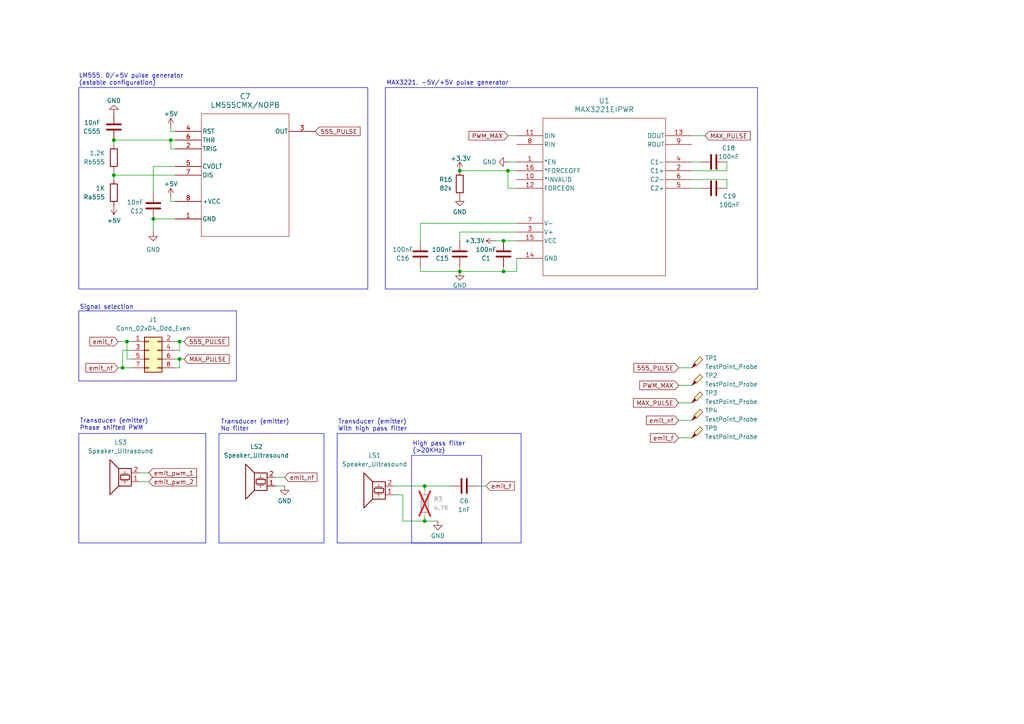
<source format=kicad_sch>
(kicad_sch (version 20250114) (generator "eeschema") (generator_version "9.0")
  (paper "A4")
  (lib_symbols
    (symbol "Connector:TestPoint_Probe" (pin_numbers (hide yes)) (pin_names (offset 0.762) (hide yes))
      (property "Reference" "TP" (at 1.651 5.842 0))
      (property "Value" "TestPoint_Probe" (at 1.651 4.064 0))
      (symbol "TestPoint_Probe_0_1"
        (polyline (pts (xy 1.27 0.762) (xy 0 0) (xy 0.762 1.27) (xy 1.27 0.762)) (fill (type outline)))
        (polyline (pts (xy 1.397 0.635) (xy 0.635 1.397) (xy 2.413 3.175) (xy 3.175 2.413) (xy 1.397 0.635)) (fill (type background)))
      )
      (symbol "TestPoint_Probe_1_1"
        (pin passive line (at 0 0 90) (length 0) (name "1") (number "1"))
      )
    )
    (symbol "Connector_Generic:Conn_02x04_Odd_Even" (pin_names (offset 1.016) (hide yes))
      (property "Reference" "J" (at 1.27 5.08 0))
      (property "Value" "Conn_02x04_Odd_Even" (at 1.27 -7.62 0))
      (symbol "Conn_02x04_Odd_Even_1_1"
        (rectangle (start -1.27 3.81) (end 3.81 -6.35) (stroke (width 0.254)) (fill (type background)))
        (rectangle (start -1.27 2.667) (end 0 2.413) (stroke (width 0.1524)))
        (rectangle (start -1.27 0.127) (end 0 -0.127) (stroke (width 0.1524)))
        (rectangle (start -1.27 -2.413) (end 0 -2.667) (stroke (width 0.1524)))
        (rectangle (start -1.27 -4.953) (end 0 -5.207) (stroke (width 0.1524)))
        (rectangle (start 3.81 2.667) (end 2.54 2.413) (stroke (width 0.1524)))
        (rectangle (start 3.81 0.127) (end 2.54 -0.127) (stroke (width 0.1524)))
        (rectangle (start 3.81 -2.413) (end 2.54 -2.667) (stroke (width 0.1524)))
        (rectangle (start 3.81 -4.953) (end 2.54 -5.207) (stroke (width 0.1524)))
        (pin passive line (at -5.08 2.54 0) (length 3.81) (name "Pin_1") (number "1"))
        (pin passive line (at -5.08 0 0) (length 3.81) (name "Pin_3") (number "3"))
        (pin passive line (at -5.08 -2.54 0) (length 3.81) (name "Pin_5") (number "5"))
        (pin passive line (at -5.08 -5.08 0) (length 3.81) (name "Pin_7") (number "7"))
        (pin passive line (at 7.62 2.54 180) (length 3.81) (name "Pin_2") (number "2"))
        (pin passive line (at 7.62 0 180) (length 3.81) (name "Pin_4") (number "4"))
        (pin passive line (at 7.62 -2.54 180) (length 3.81) (name "Pin_6") (number "6"))
        (pin passive line (at 7.62 -5.08 180) (length 3.81) (name "Pin_8") (number "8"))
      )
    )
    (symbol "Device:C" (pin_numbers (hide yes)) (pin_names (offset 0.254))
      (property "Reference" "C" (at 0.635 2.54 0))
      (property "Value" "C" (at 0.635 -2.54 0))
      (symbol "C_0_1"
        (polyline (pts (xy -2.032 0.762) (xy 2.032 0.762)) (stroke (width 0.508)))
        (polyline (pts (xy -2.032 -0.762) (xy 2.032 -0.762)) (stroke (width 0.508)))
      )
      (symbol "C_1_1"
        (pin passive line (at 0 3.81 270) (length 2.794) (name "~") (number "1"))
        (pin passive line (at 0 -3.81 90) (length 2.794) (name "~") (number "2"))
      )
    )
    (symbol "Device:R" (pin_numbers (hide yes)) (pin_names (offset 0))
      (property "Reference" "R" (at 2.032 0 90))
      (property "Value" "R" (at 0 0 90))
      (symbol "R_0_1"
        (rectangle (start -1.016 -2.54) (end 1.016 2.54) (stroke (width 0.254)))
      )
      (symbol "R_1_1"
        (pin passive line (at 0 3.81 270) (length 1.27) (name "~") (number "1"))
        (pin passive line (at 0 -3.81 90) (length 1.27) (name "~") (number "2"))
      )
    )
    (symbol "Device:Speaker_Ultrasound" (pin_names (offset 0) (hide yes))
      (property "Reference" "LS" (at 0.635 5.715 0))
      (property "Value" "Speaker_Ultrasound" (at 0.635 3.81 0))
      (symbol "Speaker_Ultrasound_0_0"
        (rectangle (start -2.54 1.27) (end 1.143 -3.81) (stroke (width 0.254)))
        (rectangle (start -2.032 -0.635) (end 0.635 -1.905) (stroke (width 0.254)))
        (polyline (pts (xy -1.651 -0.254) (xy 0.381 -0.254)))
        (polyline (pts (xy -1.651 -2.286) (xy 0.381 -2.286)))
        (polyline (pts (xy -0.635 -0.254) (xy -0.635 0.508)))
        (polyline (pts (xy -0.635 -2.286) (xy -0.635 -3.048)))
        (polyline (pts (xy 1.143 1.27) (xy 3.683 3.81) (xy 3.683 -6.35) (xy 1.143 -3.81)) (stroke (width 0.254)))
      )
      (symbol "Speaker_Ultrasound_1_1"
        (pin input line (at -5.08 0 0) (length 2.54) (name "1") (number "1"))
        (pin input line (at -5.08 -2.54 0) (length 2.54) (name "2") (number "2"))
      )
    )
    (symbol "LM555CMX-NOPB:LM555CMX_NOPB" (pin_names (offset 0.254))
      (property "Value" "LM555CMX/NOPB" (at 20.32 7.62 0))
      (symbol "LM555CMX_NOPB_0_1"
        (polyline (pts (xy 7.62 5.08) (xy 7.62 -30.48)) (stroke (width 0.127)))
        (polyline (pts (xy 7.62 -30.48) (xy 33.02 -30.48)) (stroke (width 0.127)))
        (polyline (pts (xy 33.02 5.08) (xy 7.62 5.08)) (stroke (width 0.127)))
        (polyline (pts (xy 33.02 -30.48) (xy 33.02 5.08)) (stroke (width 0.127)))
        (pin input line (at 0 0 0) (length 7.62) (name "RST") (number "4"))
        (pin input line (at 0 -2.54 0) (length 7.62) (name "THR") (number "6"))
        (pin input line (at 0 -5.08 0) (length 7.62) (name "TRIG") (number "2"))
        (pin passive line (at 0 -10.16 0) (length 7.62) (name "CVOLT") (number "5"))
        (pin passive line (at 0 -12.7 0) (length 7.62) (name "DIS") (number "7"))
        (pin power_in line (at 0 -20.32 0) (length 7.62) (name "+VCC") (number "8"))
        (pin power_in line (at 0 -25.4 0) (length 7.62) (name "GND") (number "1"))
        (pin output line (at 40.64 0 180) (length 7.62) (name "OUT") (number "3"))
      )
    )
    (symbol "MAX3221EIPWR:MAX3221EIPWR" (pin_names (offset 0.254))
      (property "Reference" "U" (at 25.4 10.16 0))
      (property "Value" "MAX3221EIPWR" (at 25.4 7.62 0))
      (symbol "MAX3221EIPWR_0_1"
        (polyline (pts (xy 7.62 5.08) (xy 7.62 -40.64)) (stroke (width 0.127)))
        (polyline (pts (xy 7.62 -40.64) (xy 43.18 -40.64)) (stroke (width 0.127)))
        (polyline (pts (xy 43.18 5.08) (xy 7.62 5.08)) (stroke (width 0.127)))
        (polyline (pts (xy 43.18 -40.64) (xy 43.18 5.08)) (stroke (width 0.127)))
        (pin input line (at 0 0 0) (length 7.62) (name "DIN") (number "11"))
        (pin input line (at 0 -2.54 0) (length 7.62) (name "RIN") (number "8"))
        (pin input line (at 0 -7.62 0) (length 7.62) (name "*EN") (number "1"))
        (pin input line (at 0 -10.16 0) (length 7.62) (name "*FORCEOFF") (number "16"))
        (pin passive line (at 0 -12.7 0) (length 7.62) (name "*INVALID") (number "10"))
        (pin input line (at 0 -15.24 0) (length 7.62) (name "FORCEON") (number "12"))
        (pin passive line (at 0 -25.4 0) (length 7.62) (name "V-") (number "7"))
        (pin passive line (at 0 -27.94 0) (length 7.62) (name "V+") (number "3"))
        (pin power_in line (at 0 -30.48 0) (length 7.62) (name "VCC") (number "15"))
        (pin power_in line (at 0 -35.56 0) (length 7.62) (name "GND") (number "14"))
        (pin output line (at 50.8 0 180) (length 7.62) (name "DOUT") (number "13"))
        (pin output line (at 50.8 -2.54 180) (length 7.62) (name "ROUT") (number "9"))
        (pin passive line (at 50.8 -7.62 180) (length 7.62) (name "C1-") (number "4"))
        (pin passive line (at 50.8 -10.16 180) (length 7.62) (name "C1+") (number "2"))
        (pin passive line (at 50.8 -12.7 180) (length 7.62) (name "C2-") (number "6"))
        (pin passive line (at 50.8 -15.24 180) (length 7.62) (name "C2+") (number "5"))
      )
    )
    (symbol "power:+3.3V" (power) (pin_numbers (hide yes)) (pin_names (offset 0) (hide yes))
      (property "Value" "+3.3V" (at 0 3.556 0))
      (symbol "+3.3V_0_1"
        (polyline (pts (xy -0.762 1.27) (xy 0 2.54)))
        (polyline (pts (xy 0 2.54) (xy 0.762 1.27)))
        (polyline (pts (xy 0 0) (xy 0 2.54)))
      )
      (symbol "+3.3V_1_1"
        (pin power_in line (at 0 0 90) (length 0) (name "~") (number "1"))
      )
    )
    (symbol "power:+5V" (power) (pin_numbers (hide yes)) (pin_names (offset 0) (hide yes))
      (property "Value" "+5V" (at 0 3.556 0))
      (symbol "+5V_0_1"
        (polyline (pts (xy -0.762 1.27) (xy 0 2.54)))
        (polyline (pts (xy 0 2.54) (xy 0.762 1.27)))
        (polyline (pts (xy 0 0) (xy 0 2.54)))
      )
      (symbol "+5V_1_1"
        (pin power_in line (at 0 0 90) (length 0) (name "~") (number "1"))
      )
    )
    (symbol "power:GND" (power) (pin_numbers (hide yes)) (pin_names (offset 0) (hide yes))
      (property "Value" "GND" (at 0 -3.81 0))
      (symbol "GND_0_1"
        (polyline (pts (xy 0 0) (xy 0 -1.27) (xy 1.27 -1.27) (xy 0 -2.54) (xy -1.27 -1.27) (xy 0 -1.27)))
      )
      (symbol "GND_1_1"
        (pin power_in line (at 0 0 270) (length 0) (name "~") (number "1"))
      )
    )
  )
  (rectangle (start 63.5 125.73) (end 93.98 157.48))
  (rectangle (start 97.79 125.73) (end 151.13 157.48))
  (rectangle (start 22.86 25.4) (end 106.68 83.82))
  (rectangle (start 22.86 125.73) (end 59.69 157.48))
  (rectangle (start 111.76 25.4) (end 219.71 83.82))
  (rectangle (start 119.38 132.08) (end 139.7 157.48))
  (rectangle (start 22.86 90.17) (end 68.58 110.49))
  (text "Transducer (emitter)\nNo filter" (at 64.008 123.444 0) (effects (font (size 1.27 1.27)) (justify left)))
  (text "Signal selection" (at 23.114 89.154 0) (effects (font (size 1.27 1.27)) (justify left)))
  (text "LM555, 0/+5V pulse generator\n(astable configuration)\n" (at 22.86 23.114 0) (effects (font (size 1.27 1.27)) (justify left)))
  (text "MAX3221, -5V/+5V pulse generator" (at 112.014 24.13 0) (effects (font (size 1.27 1.27)) (justify left)))
  (text "High pass filter\n(>20KHz)" (at 119.634 129.794 0) (effects (font (size 1.27 1.27)) (justify left)))
  (text "Transducer (emitter)\nPhase shifted PWM" (at 23.114 123.19 0) (effects (font (size 1.27 1.27)) (justify left)))
  (text "Transducer (emitter)\nWith high pass filter" (at 98.044 123.444 0) (effects (font (size 1.27 1.27)) (justify left)))
  (junction (at 44.45 63.5))
  (junction (at 123.19 151.13))
  (junction (at 52.07 99.06))
  (junction (at 36.83 99.06))
  (junction (at 49.53 40.64))
  (junction (at 33.02 40.64))
  (junction (at 123.19 140.97))
  (junction (at 146.05 69.85))
  (junction (at 133.35 49.53))
  (junction (at 52.07 104.14))
  (junction (at 147.32 49.53))
  (junction (at 35.56 106.68))
  (junction (at 133.35 78.74))
  (junction (at 146.05 78.74))
  (junction (at 33.02 50.8))
  (wire (pts (xy 44.45 63.5) (xy 50.8 63.5)))
  (wire (pts (xy 210.82 52.07) (xy 210.82 54.61)))
  (wire (pts (xy 33.02 49.53) (xy 33.02 50.8)))
  (wire (pts (xy 146.05 77.47) (xy 146.05 78.74)))
  (wire (pts (xy 40.64 139.7) (xy 43.18 139.7)))
  (wire (pts (xy 33.02 50.8) (xy 50.8 50.8)))
  (wire (pts (xy 36.83 99.06) (xy 38.1 99.06)))
  (wire (pts (xy 44.45 67.31) (xy 44.45 63.5)))
  (wire (pts (xy 116.84 143.51) (xy 116.84 151.13)))
  (wire (pts (xy 49.53 58.42) (xy 50.8 58.42)))
  (wire (pts (xy 149.86 74.93) (xy 149.86 78.74)))
  (wire (pts (xy 146.05 78.74) (xy 133.35 78.74)))
  (wire (pts (xy 35.56 101.6) (xy 35.56 106.68)))
  (wire (pts (xy 210.82 49.53) (xy 200.66 49.53)))
  (wire (pts (xy 200.66 52.07) (xy 210.82 52.07)))
  (wire (pts (xy 123.19 140.97) (xy 130.81 140.97)))
  (wire (pts (xy 123.19 151.13) (xy 127 151.13)))
  (wire (pts (xy 147.32 49.53) (xy 149.86 49.53)))
  (wire (pts (xy 146.05 69.85) (xy 149.86 69.85)))
  (wire (pts (xy 210.82 46.99) (xy 210.82 49.53)))
  (wire (pts (xy 49.53 57.15) (xy 49.53 58.42)))
  (wire (pts (xy 44.45 48.26) (xy 50.8 48.26)))
  (wire (pts (xy 80.01 140.97) (xy 82.55 140.97)))
  (wire (pts (xy 121.92 64.77) (xy 149.86 64.77)))
  (wire (pts (xy 123.19 149.86) (xy 123.19 151.13)))
  (wire (pts (xy 133.35 67.31) (xy 149.86 67.31)))
  (wire (pts (xy 50.8 99.06) (xy 52.07 99.06)))
  (wire (pts (xy 121.92 77.47) (xy 121.92 78.74)))
  (wire (pts (xy 196.85 106.68) (xy 200.66 106.68)))
  (wire (pts (xy 52.07 99.06) (xy 52.07 101.6)))
  (wire (pts (xy 114.3 143.51) (xy 116.84 143.51)))
  (wire (pts (xy 36.83 99.06) (xy 36.83 104.14)))
  (wire (pts (xy 49.53 43.18) (xy 49.53 40.64)))
  (wire (pts (xy 147.32 54.61) (xy 149.86 54.61)))
  (wire (pts (xy 33.02 52.07) (xy 33.02 50.8)))
  (wire (pts (xy 33.02 41.91) (xy 33.02 40.64)))
  (wire (pts (xy 121.92 78.74) (xy 133.35 78.74)))
  (wire (pts (xy 203.2 46.99) (xy 200.66 46.99)))
  (wire (pts (xy 116.84 151.13) (xy 123.19 151.13)))
  (wire (pts (xy 35.56 106.68) (xy 38.1 106.68)))
  (wire (pts (xy 133.35 49.53) (xy 147.32 49.53)))
  (wire (pts (xy 50.8 106.68) (xy 52.07 106.68)))
  (wire (pts (xy 49.53 38.1) (xy 50.8 38.1)))
  (wire (pts (xy 49.53 36.83) (xy 49.53 38.1)))
  (wire (pts (xy 114.3 140.97) (xy 123.19 140.97)))
  (wire (pts (xy 147.32 49.53) (xy 147.32 54.61)))
  (wire (pts (xy 40.64 137.16) (xy 43.18 137.16)))
  (wire (pts (xy 147.32 46.99) (xy 149.86 46.99)))
  (wire (pts (xy 140.97 140.97) (xy 138.43 140.97)))
  (wire (pts (xy 52.07 99.06) (xy 53.34 99.06)))
  (wire (pts (xy 38.1 101.6) (xy 35.56 101.6)))
  (wire (pts (xy 44.45 55.88) (xy 44.45 48.26)))
  (wire (pts (xy 196.85 127) (xy 200.66 127)))
  (wire (pts (xy 196.85 116.84) (xy 200.66 116.84)))
  (wire (pts (xy 52.07 104.14) (xy 52.07 106.68)))
  (wire (pts (xy 34.29 99.06) (xy 36.83 99.06)))
  (wire (pts (xy 200.66 39.37) (xy 204.47 39.37)))
  (wire (pts (xy 50.8 104.14) (xy 52.07 104.14)))
  (wire (pts (xy 38.1 104.14) (xy 36.83 104.14)))
  (wire (pts (xy 52.07 104.14) (xy 53.34 104.14)))
  (wire (pts (xy 149.86 78.74) (xy 146.05 78.74)))
  (wire (pts (xy 196.85 111.76) (xy 200.66 111.76)))
  (wire (pts (xy 143.51 69.85) (xy 146.05 69.85)))
  (wire (pts (xy 200.66 54.61) (xy 203.2 54.61)))
  (wire (pts (xy 50.8 101.6) (xy 52.07 101.6)))
  (wire (pts (xy 34.29 106.68) (xy 35.56 106.68)))
  (wire (pts (xy 50.8 43.18) (xy 49.53 43.18)))
  (wire (pts (xy 196.85 121.92) (xy 200.66 121.92)))
  (wire (pts (xy 123.19 140.97) (xy 123.19 142.24)))
  (wire (pts (xy 133.35 77.47) (xy 133.35 78.74)))
  (wire (pts (xy 147.32 39.37) (xy 149.86 39.37)))
  (wire (pts (xy 49.53 40.64) (xy 50.8 40.64)))
  (wire (pts (xy 121.92 64.77) (xy 121.92 69.85)))
  (wire (pts (xy 133.35 67.31) (xy 133.35 69.85)))
  (wire (pts (xy 33.02 40.64) (xy 49.53 40.64)))
  (wire (pts (xy 82.55 138.43) (xy 80.01 138.43)))
  (global_label "PWM_MAX" (shape input) (at 147.32 39.37 180) (property "Intersheetrefs" "${INTERSHEET_REFS}" (effects (hide yes))))
  (global_label "emit_nf" (shape input) (at 82.55 138.43 0) (property "Intersheetrefs" "${INTERSHEET_REFS}" (effects (hide yes))))
  (global_label "emit_nf" (shape input) (at 34.29 106.68 180) (property "Intersheetrefs" "${INTERSHEET_REFS}" (effects (hide yes))))
  (global_label "555_PULSE" (shape input) (at 196.85 106.68 180) (property "Intersheetrefs" "${INTERSHEET_REFS}" (effects (hide yes))))
  (global_label "MAX_PULSE" (shape input) (at 204.47 39.37 0) (property "Intersheetrefs" "${INTERSHEET_REFS}" (effects (hide yes))))
  (global_label "555_PULSE" (shape input) (at 91.44 38.1 0) (property "Intersheetrefs" "${INTERSHEET_REFS}" (effects (hide yes))))
  (global_label "emit_f" (shape input) (at 140.97 140.97 0) (property "Intersheetrefs" "${INTERSHEET_REFS}" (effects (hide yes))))
  (global_label "emit_pwm_1" (shape input) (at 43.18 137.16 0) (property "Intersheetrefs" "${INTERSHEET_REFS}" (effects (hide yes))))
  (global_label "emit_f" (shape input) (at 34.29 99.06 180) (property "Intersheetrefs" "${INTERSHEET_REFS}" (effects (hide yes))))
  (global_label "PWM_MAX" (shape input) (at 196.85 111.76 180) (property "Intersheetrefs" "${INTERSHEET_REFS}" (effects (hide yes))))
  (global_label "emit_nf" (shape input) (at 196.85 121.92 180) (property "Intersheetrefs" "${INTERSHEET_REFS}" (effects (hide yes))))
  (global_label "MAX_PULSE" (shape input) (at 196.85 116.84 180) (property "Intersheetrefs" "${INTERSHEET_REFS}" (effects (hide yes))))
  (global_label "555_PULSE" (shape input) (at 53.34 99.06 0) (property "Intersheetrefs" "${INTERSHEET_REFS}" (effects (hide yes))))
  (global_label "emit_pwm_2" (shape input) (at 43.18 139.7 0) (property "Intersheetrefs" "${INTERSHEET_REFS}" (effects (hide yes))))
  (global_label "MAX_PULSE" (shape input) (at 53.34 104.14 0) (property "Intersheetrefs" "${INTERSHEET_REFS}" (effects (hide yes))))
  (global_label "emit_f" (shape input) (at 196.85 127 180) (property "Intersheetrefs" "${INTERSHEET_REFS}" (effects (hide yes))))
  (symbol (lib_id "power:GND") (at 33.02 33.02 180) (unit 1)
    (property "Reference" "#PWR020" (effects (hide yes)))
    (property "Value" "GND" (at 33.02 29.21 0))
    (property "Description" "Power symbol creates a global label with name \"GND\" , ground" (effects (hide yes)))
  )
  (symbol (lib_id "power:GND") (at 44.45 67.31 0) (unit 1)
    (property "Reference" "#PWR015" (effects (hide yes)))
    (property "Value" "GND" (at 44.45 72.39 0))
    (property "Description" "Power symbol creates a global label with name \"GND\" , ground" (effects (hide yes)))
  )
  (symbol (lib_id "Device:C") (at 121.92 73.66 180) (unit 1)
    (property "Reference" "C16" (at 116.84 74.93 0))
    (property "Value" "100nF" (at 116.84 72.39 0))
    (property "Footprint" "Capacitor_THT:C_Disc_D4.3mm_W1.9mm_P5.00mm" (effects (hide yes)))
    (property "Description" "Unpolarized capacitor" (effects (hide yes)))
  )
  (symbol (lib_id "Device:R") (at 123.19 146.05 0) (unit 1) (dnp yes)
    (property "Reference" "R3" (at 125.73 144.7799 0) (effects (justify left)))
    (property "Value" "4.7K" (at 125.73 147.3199 0) (effects (justify left)))
    (property "Footprint" "Resistor_THT:R_Axial_DIN0207_L6.3mm_D2.5mm_P10.16mm_Horizontal" (effects (hide yes)))
    (property "Description" "Resistor" (effects (hide yes)))
  )
  (symbol (lib_id "power:GND") (at 82.55 140.97 0) (unit 1)
    (property "Reference" "#PWR08" (effects (hide yes)))
    (property "Value" "GND" (at 84.582 145.288 0) (effects (justify right)))
    (property "Description" "Power symbol creates a global label with name \"GND\" , ground" (effects (hide yes)))
  )
  (symbol (lib_id "Device:R") (at 33.02 45.72 180) (unit 1)
    (property "Reference" "Rb555" (at 30.48 46.9901 0) (effects (justify left)))
    (property "Value" "1.2K" (at 30.48 44.4501 0) (effects (justify left)))
    (property "Footprint" "Resistor_THT:R_Axial_DIN0207_L6.3mm_D2.5mm_P10.16mm_Horizontal" (effects (hide yes)))
    (property "Description" "Resistor" (effects (hide yes)))
  )
  (symbol (lib_id "power:+3.3V") (at 143.51 69.85 90) (unit 1)
    (property "Reference" "#PWR026" (effects (hide yes)))
    (property "Value" "+3.3V" (at 137.668 69.85 90))
    (property "Description" "Power symbol creates a global label with name \"+3.3V\"" (effects (hide yes)))
  )
  (symbol (lib_id "power:GND") (at 127 151.13 0) (unit 1)
    (property "Reference" "#PWR07" (effects (hide yes)))
    (property "Value" "GND" (at 129.032 155.448 0) (effects (justify right)))
    (property "Description" "Power symbol creates a global label with name \"GND\" , ground" (effects (hide yes)))
  )
  (symbol (lib_id "Device:C") (at 33.02 36.83 180) (unit 1)
    (property "Reference" "C555" (at 29.21 38.1001 0) (effects (justify left)))
    (property "Value" "10nF" (at 29.21 35.5601 0) (effects (justify left)))
    (property "Description" "Unpolarized capacitor" (effects (hide yes)))
  )
  (symbol (lib_id "Device:C") (at 133.35 73.66 180) (unit 1)
    (property "Reference" "C15" (at 128.27 74.93 0))
    (property "Value" "100nF" (at 128.27 72.39 0))
    (property "Footprint" "Capacitor_THT:C_Disc_D4.3mm_W1.9mm_P5.00mm" (effects (hide yes)))
    (property "Description" "Unpolarized capacitor" (effects (hide yes)))
  )
  (symbol (lib_id "Device:C") (at 207.01 54.61 90) (unit 1)
    (property "Reference" "C19" (at 211.582 56.896 90))
    (property "Value" "100nF" (at 211.582 59.436 90))
    (property "Footprint" "Capacitor_THT:C_Disc_D4.3mm_W1.9mm_P5.00mm" (effects (hide yes)))
    (property "Description" "Unpolarized capacitor" (effects (hide yes)))
  )
  (symbol (lib_id "power:GND") (at 133.35 57.15 0) (unit 1)
    (property "Reference" "#PWR024" (effects (hide yes)))
    (property "Value" "GND" (at 135.382 61.468 0) (effects (justify right)))
    (property "Description" "Power symbol creates a global label with name \"GND\" , ground" (effects (hide yes)))
  )
  (symbol (lib_id "Connector:TestPoint_Probe") (at 200.66 116.84 0) (unit 1)
    (property "Reference" "TP3" (at 204.47 113.9824 0) (effects (justify left)))
    (property "Value" "TestPoint_Probe" (at 204.47 116.5224 0) (effects (justify left)))
    (property "Footprint" "TestPoint:TestPoint_THTPad_3.0x3.0mm_Drill1.5mm" (effects (hide yes)))
    (property "Description" "test point (alternative probe-style design)" (effects (hide yes)))
  )
  (symbol (lib_id "Device:Speaker_Ultrasound") (at 109.22 143.51 180) (unit 1)
    (property "Reference" "LS1" (at 108.6485 132.08 0))
    (property "Value" "Speaker_Ultrasound" (at 108.6485 134.62 0))
    (property "Footprint" "Connector_PinHeader_2.54mm:PinHeader_1x02_P2.54mm_Vertical" (effects (hide yes)))
    (property "Description" "Ultrasonic transducer" (effects (hide yes)))
  )
  (symbol (lib_id "Device:C") (at 207.01 46.99 90) (unit 1)
    (property "Reference" "C18" (at 211.328 42.926 90))
    (property "Value" "100nF" (at 211.328 45.466 90))
    (property "Footprint" "Capacitor_THT:C_Disc_D4.3mm_W1.9mm_P5.00mm" (effects (hide yes)))
    (property "Description" "Unpolarized capacitor" (effects (hide yes)))
  )
  (symbol (lib_id "Device:R") (at 133.35 53.34 0) (unit 1)
    (property "Reference" "R16" (at 129.286 52.07 0))
    (property "Value" "82k" (at 129.286 54.61 0))
    (property "Footprint" "Resistor_THT:R_Axial_DIN0207_L6.3mm_D2.5mm_P10.16mm_Horizontal" (effects (hide yes)))
    (property "Description" "Resistor" (effects (hide yes)))
  )
  (symbol (lib_id "power:GND") (at 147.32 46.99 270) (unit 1)
    (property "Reference" "#PWR022" (effects (hide yes)))
    (property "Value" "GND" (at 144.018 46.99 90) (effects (justify right)))
    (property "Description" "Power symbol creates a global label with name \"GND\" , ground" (effects (hide yes)))
  )
  (symbol (lib_id "LM555CMX-NOPB:LM555CMX_NOPB") (at 50.8 38.1 0) (unit 1)
    (property "Reference" "C7" (at 71.12 27.94 0) (effects (font (size 1.524 1.524))))
    (property "Value" "LM555CMX/NOPB" (at 71.12 30.48 0) (effects (font (size 1.524 1.524))))
    (property "Footprint" "LM555CMX-NOPB:M08A-M" (effects (hide yes)))
    (property "Datasheet" "LM555CMX/NOPB" (effects (hide yes)))
  )
  (symbol (lib_id "Connector_Generic:Conn_02x04_Odd_Even") (at 43.18 101.6 0) (unit 1)
    (property "Reference" "J1" (at 44.45 92.71 0))
    (property "Value" "Conn_02x04_Odd_Even" (at 44.45 95.25 0))
    (property "Footprint" "Connector_PinHeader_2.54mm:PinHeader_2x04_P2.54mm_Vertical" (effects (hide yes)))
    (property "Description" "Generic connector, double row, 02x04, odd/even pin numbering scheme (row 1 odd numbers, row 2 even numbers), script generated (kicad-library-utils/schlib/autogen/connector/)" (effects (hide yes)))
  )
  (symbol (lib_id "MAX3221EIPWR:MAX3221EIPWR") (at 149.86 39.37 0) (unit 1)
    (property "Reference" "U1" (at 175.26 29.21 0) (effects (font (size 1.524 1.524))))
    (property "Value" "MAX3221EIPWR" (at 175.26 31.75 0) (effects (font (size 1.524 1.524))))
    (property "Footprint" "MAX3221EIPWR:PW16-M" (effects (hide yes)))
    (property "Datasheet" "MAX3221EIPWR" (effects (hide yes)))
  )
  (symbol (lib_id "Device:Speaker_Ultrasound") (at 35.56 139.7 180) (unit 1)
    (property "Reference" "LS3" (at 34.9885 128.27 0))
    (property "Value" "Speaker_Ultrasound" (at 34.9885 130.81 0))
    (property "Footprint" "Connector_PinHeader_2.54mm:PinHeader_1x02_P2.54mm_Vertical" (effects (hide yes)))
    (property "Description" "Ultrasonic transducer" (effects (hide yes)))
  )
  (symbol (lib_id "power:+5V") (at 49.53 57.15 0) (unit 1)
    (property "Reference" "#PWR01" (effects (hide yes)))
    (property "Value" "+5V" (at 47.498 53.34 0) (effects (justify left)))
    (property "Description" "Power symbol creates a global label with name \"+5V\"" (effects (hide yes)))
  )
  (symbol (lib_id "power:+3.3V") (at 133.35 49.53 0) (unit 1)
    (property "Reference" "#PWR023" (effects (hide yes)))
    (property "Value" "+3.3V" (at 133.604 45.974 0))
    (property "Description" "Power symbol creates a global label with name \"+3.3V\"" (effects (hide yes)))
  )
  (symbol (lib_id "Connector:TestPoint_Probe") (at 200.66 121.92 0) (unit 1)
    (property "Reference" "TP4" (at 204.47 119.0624 0) (effects (justify left)))
    (property "Value" "TestPoint_Probe" (at 204.47 121.6024 0) (effects (justify left)))
    (property "Footprint" "TestPoint:TestPoint_THTPad_3.0x3.0mm_Drill1.5mm" (effects (hide yes)))
    (property "Description" "test point (alternative probe-style design)" (effects (hide yes)))
  )
  (symbol (lib_id "Device:R") (at 33.02 55.88 180) (unit 1)
    (property "Reference" "Ra555" (at 30.48 57.1501 0) (effects (justify left)))
    (property "Value" "1K" (at 30.48 54.6101 0) (effects (justify left)))
    (property "Footprint" "Resistor_THT:R_Axial_DIN0207_L6.3mm_D2.5mm_P10.16mm_Horizontal" (effects (hide yes)))
    (property "Description" "Resistor" (effects (hide yes)))
  )
  (symbol (lib_id "Connector:TestPoint_Probe") (at 200.66 111.76 0) (unit 1)
    (property "Reference" "TP2" (at 204.47 108.9024 0) (effects (justify left)))
    (property "Value" "TestPoint_Probe" (at 204.47 111.4424 0) (effects (justify left)))
    (property "Footprint" "TestPoint:TestPoint_THTPad_3.0x3.0mm_Drill1.5mm" (effects (hide yes)))
    (property "Description" "test point (alternative probe-style design)" (effects (hide yes)))
  )
  (symbol (lib_id "Connector:TestPoint_Probe") (at 200.66 106.68 0) (unit 1)
    (property "Reference" "TP1" (at 204.47 103.8224 0) (effects (justify left)))
    (property "Value" "TestPoint_Probe" (at 204.47 106.3624 0) (effects (justify left)))
    (property "Footprint" "TestPoint:TestPoint_THTPad_3.0x3.0mm_Drill1.5mm" (effects (hide yes)))
    (property "Description" "test point (alternative probe-style design)" (effects (hide yes)))
  )
  (symbol (lib_id "power:+5V") (at 49.53 36.83 0) (unit 1)
    (property "Reference" "#PWR018" (effects (hide yes)))
    (property "Value" "+5V" (at 47.498 33.02 0) (effects (justify left)))
    (property "Description" "Power symbol creates a global label with name \"+5V\"" (effects (hide yes)))
  )
  (symbol (lib_id "Device:C") (at 146.05 73.66 180) (unit 1)
    (property "Reference" "C1" (at 140.97 74.93 0))
    (property "Value" "100nF" (at 140.97 72.39 0))
    (property "Footprint" "Capacitor_THT:C_Disc_D4.3mm_W1.9mm_P5.00mm" (effects (hide yes)))
    (property "Description" "Unpolarized capacitor" (effects (hide yes)))
  )
  (symbol (lib_id "Device:Speaker_Ultrasound") (at 74.93 140.97 180) (unit 1)
    (property "Reference" "LS2" (at 74.3585 129.54 0))
    (property "Value" "Speaker_Ultrasound" (at 74.3585 132.08 0))
    (property "Footprint" "Connector_PinHeader_2.54mm:PinHeader_1x02_P2.54mm_Vertical" (effects (hide yes)))
    (property "Description" "Ultrasonic transducer" (effects (hide yes)))
  )
  (symbol (lib_id "Connector:TestPoint_Probe") (at 200.66 127 0) (unit 1)
    (property "Reference" "TP5" (at 204.47 124.1424 0) (effects (justify left)))
    (property "Value" "TestPoint_Probe" (at 204.47 126.6824 0) (effects (justify left)))
    (property "Footprint" "TestPoint:TestPoint_THTPad_3.0x3.0mm_Drill1.5mm" (effects (hide yes)))
    (property "Description" "test point (alternative probe-style design)" (effects (hide yes)))
  )
  (symbol (lib_id "power:GND") (at 133.35 78.74 0) (unit 1)
    (property "Reference" "#PWR02" (effects (hide yes)))
    (property "Value" "GND" (at 135.382 82.804 0) (effects (justify right)))
    (property "Description" "Power symbol creates a global label with name \"GND\" , ground" (effects (hide yes)))
  )
  (symbol (lib_id "Device:C") (at 44.45 59.69 180) (unit 1)
    (property "Reference" "C12" (at 41.656 61.214 0) (effects (justify left)))
    (property "Value" "10nF" (at 41.656 58.674 0) (effects (justify left)))
    (property "Footprint" "Capacitor_THT:C_Disc_D4.3mm_W1.9mm_P5.00mm" (effects (hide yes)))
    (property "Description" "Unpolarized capacitor" (effects (hide yes)))
  )
  (symbol (lib_id "Device:C") (at 134.62 140.97 90) (unit 1)
    (property "Reference" "C6" (at 134.62 145.288 90))
    (property "Value" "1nF" (at 134.62 147.828 90))
    (property "Footprint" "Capacitor_THT:C_Disc_D4.3mm_W1.9mm_P5.00mm" (effects (hide yes)))
    (property "Description" "Unpolarized capacitor" (effects (hide yes)))
  )
  (symbol (lib_id "power:+5V") (at 33.02 59.69 180) (unit 1)
    (property "Reference" "#PWR017" (effects (hide yes)))
    (property "Value" "+5V" (at 33.02 64.008 0))
    (property "Description" "Power symbol creates a global label with name \"+5V\"" (effects (hide yes)))
  )
)
</source>
